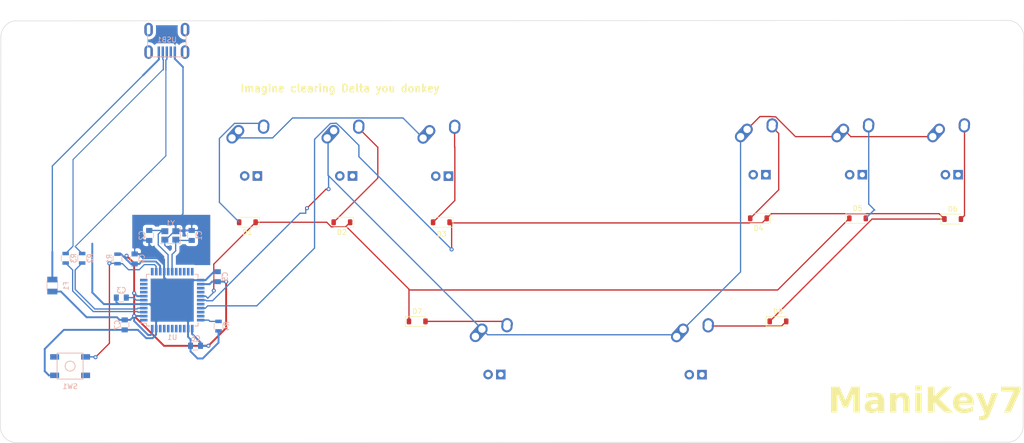
<source format=kicad_pcb>
(kicad_pcb (version 20221018) (generator pcbnew)
  (layers (0 "F.Cu" signal) (31 "B.Cu" signal) (34 "B.Paste" user) (35 "F.Paste" user) (36 "B.SilkS" user "B.Silkscreen") (37 "F.SilkS" user "F.Silkscreen") (38 "B.Mask" user) (39 "F.Mask" user) (44 "Edge.Cuts" user))
  (net 0 "")
  (net 1 "GND")
  (net 2 "+5V")
  (net 3 "ROW0")
  (net 4 "Net-(D1-A)")
  (net 5 "Net-(D2-A)")
  (net 6 "ROW1")
  (net 7 "Net-(D3-A)")
  (net 8 "Net-(D4-A)")
  (net 9 "VCC")
  (net 10 "COL2")
  (net 11 "COL1")
  (net 12 "D+")
  (net 13 "D-")
  (net 14 "Net-(D5-A)")
  (net 15 "Net-(D6-A)")
  (net 16 "Net-(D7-A)")
  (net 17 "Net-(D8-A)")
  (net 18 "col")
  (footprint "Diode_SMD:D_SOD-123" (layer "F.Cu") (at 93.979 103.53675 180)
    (fp_text reference "D1" (at 0 -2) (layer "F.SilkS"))
    (fp_text value "D_Small")
    (pad "1" smd roundrect (at -1.65 0 180) (size 0.9 1.2) (layers "F.Cu" "F.Paste" "F.Mask") (net 3 "ROW0"))
    (pad "2" smd roundrect (at 1.65 0 180) (size 0.9 1.2) (layers "F.Cu" "F.Paste" "F.Mask") (net 4 "Net-(D1-A)"))
  )
  (footprint "MX_Alps_Hybrid:MX-1U" (layer "F.Cu") (at 196.5325 88.93175)
    (fp_text reference "MX4")
    (fp_text value "MX-NoLED")
    (pad "" np_thru_hole circle (at -5.08 0 48.0996) (size 1.75 1.75) (drill 1.75) (layers "*.Cu" "*.Mask"))
    (pad "" np_thru_hole circle (at 0 0) (size 3.9878 3.9878) (drill 3.9878) (layers "*.Cu" "*.Mask"))
    (pad "" np_thru_hole circle (at 5.08 0 48.0996) (size 1.75 1.75) (drill 1.75) (layers "*.Cu" "*.Mask"))
    (pad "1" thru_hole oval (at -3.81 -2.54 48.0996) (size 4.211556 2.25) (drill 1.47 (offset 0.980778 0)) (layers "*.Cu" "B.Mask") (net 11 "COL1"))
    (pad "1" thru_hole circle (at -2.5 -4) (size 2.25 2.25) (drill 1.47) (layers "*.Cu" "B.Mask") (net 11 "COL1"))
    (pad "2" thru_hole oval (at 2.5 -4.5 86.0548) (size 2.831378 2.25) (drill 1.47 (offset 0.290689 0)) (layers "*.Cu" "B.Mask") (net 8 "Net-(D4-A)"))
    (pad "2" thru_hole circle (at 2.54 -5.08) (size 2.25 2.25) (drill 1.47) (layers "*.Cu" "B.Mask") (net 8 "Net-(D4-A)"))
    (pad "3" thru_hole circle (at -1.27 5.08) (size 1.905 1.905) (drill 1.04) (layers "*.Cu" "B.Mask"))
    (pad "4" thru_hole rect (at 1.27 5.08) (size 1.905 1.905) (drill 1.04) (layers "*.Cu" "B.Mask"))
  )
  (footprint "Diode_SMD:D_SOD-123" (layer "F.Cu") (at 216.154 102.743)
    (fp_text reference "D5" (at 0 -2) (layer "F.SilkS"))
    (fp_text value "D_Small")
    (pad "1" smd roundrect (at -1.65 0) (size 0.9 1.2) (layers "F.Cu" "F.Paste" "F.Mask") (net 3 "ROW0"))
    (pad "2" smd roundrect (at 1.65 0) (size 0.9 1.2) (layers "F.Cu" "F.Paste" "F.Mask") (net 14 "Net-(D5-A)"))
  )
  (footprint "MX_Alps_Hybrid:MX-1U" (layer "F.Cu") (at 113.76025 89.18675)
    (fp_text reference "MX2")
    (fp_text value "MX-NoLED")
    (pad "" np_thru_hole circle (at -5.08 0 48.0996) (size 1.75 1.75) (drill 1.75) (layers "*.Cu" "*.Mask"))
    (pad "" np_thru_hole circle (at 0 0) (size 3.9878 3.9878) (drill 3.9878) (layers "*.Cu" "*.Mask"))
    (pad "" np_thru_hole circle (at 5.08 0 48.0996) (size 1.75 1.75) (drill 1.75) (layers "*.Cu" "*.Mask"))
    (pad "1" thru_hole oval (at -3.81 -2.54 48.0996) (size 4.211556 2.25) (drill 1.47 (offset 0.980778 0)) (layers "*.Cu" "B.Mask") (net 11 "COL1"))
    (pad "1" thru_hole circle (at -2.5 -4) (size 2.25 2.25) (drill 1.47) (layers "*.Cu" "B.Mask") (net 11 "COL1"))
    (pad "2" thru_hole oval (at 2.5 -4.5 86.0548) (size 2.831378 2.25) (drill 1.47 (offset 0.290689 0)) (layers "*.Cu" "B.Mask") (net 5 "Net-(D2-A)"))
    (pad "2" thru_hole circle (at 2.54 -5.08) (size 2.25 2.25) (drill 1.47) (layers "*.Cu" "B.Mask") (net 5 "Net-(D2-A)"))
    (pad "3" thru_hole circle (at -1.27 5.08) (size 1.905 1.905) (drill 1.04) (layers "*.Cu" "B.Mask"))
    (pad "4" thru_hole rect (at 1.27 5.08) (size 1.905 1.905) (drill 1.04) (layers "*.Cu" "B.Mask"))
  )
  (footprint "MX_Alps_Hybrid:MX-1U" (layer "F.Cu") (at 132.969 89.2175)
    (fp_text reference "MX3")
    (fp_text value "MX-NoLED")
    (pad "" np_thru_hole circle (at -5.08 0 48.0996) (size 1.75 1.75) (drill 1.75) (layers "*.Cu" "*.Mask"))
    (pad "" np_thru_hole circle (at 0 0) (size 3.9878 3.9878) (drill 3.9878) (layers "*.Cu" "*.Mask"))
    (pad "" np_thru_hole circle (at 5.08 0 48.0996) (size 1.75 1.75) (drill 1.75) (layers "*.Cu" "*.Mask"))
    (pad "1" thru_hole oval (at -3.81 -2.54 48.0996) (size 4.211556 2.25) (drill 1.47 (offset 0.980778 0)) (layers "*.Cu" "B.Mask") (net 10 "COL2"))
    (pad "1" thru_hole circle (at -2.5 -4) (size 2.25 2.25) (drill 1.47) (layers "*.Cu" "B.Mask") (net 10 "COL2"))
    (pad "2" thru_hole oval (at 2.5 -4.5 86.0548) (size 2.831378 2.25) (drill 1.47 (offset 0.290689 0)) (layers "*.Cu" "B.Mask") (net 7 "Net-(D3-A)"))
    (pad "2" thru_hole circle (at 2.54 -5.08) (size 2.25 2.25) (drill 1.47) (layers "*.Cu" "B.Mask") (net 7 "Net-(D3-A)"))
    (pad "3" thru_hole circle (at -1.27 5.08) (size 1.905 1.905) (drill 1.04) (layers "*.Cu" "B.Mask"))
    (pad "4" thru_hole rect (at 1.27 5.08) (size 1.905 1.905) (drill 1.04) (layers "*.Cu" "B.Mask"))
  )
  (footprint "MX_Alps_Hybrid:MX-1U" (layer "F.Cu") (at 215.8365 88.93175)
    (fp_text reference "MX5")
    (fp_text value "MX-NoLED")
    (pad "" np_thru_hole circle (at -5.08 0 48.0996) (size 1.75 1.75) (drill 1.75) (layers "*.Cu" "*.Mask"))
    (pad "" np_thru_hole circle (at 0 0) (size 3.9878 3.9878) (drill 3.9878) (layers "*.Cu" "*.Mask"))
    (pad "" np_thru_hole circle (at 5.08 0 48.0996) (size 1.75 1.75) (drill 1.75) (layers "*.Cu" "*.Mask"))
    (pad "1" thru_hole oval (at -3.81 -2.54 48.0996) (size 4.211556 2.25) (drill 1.47 (offset 0.980778 0)) (layers "*.Cu" "B.Mask") (net 11 "COL1"))
    (pad "1" thru_hole circle (at -2.5 -4) (size 2.25 2.25) (drill 1.47) (layers "*.Cu" "B.Mask") (net 11 "COL1"))
    (pad "2" thru_hole oval (at 2.5 -4.5 86.0548) (size 2.831378 2.25) (drill 1.47 (offset 0.290689 0)) (layers "*.Cu" "B.Mask") (net 14 "Net-(D5-A)"))
    (pad "2" thru_hole circle (at 2.54 -5.08) (size 2.25 2.25) (drill 1.47) (layers "*.Cu" "B.Mask") (net 14 "Net-(D5-A)"))
    (pad "3" thru_hole circle (at -1.27 5.08) (size 1.905 1.905) (drill 1.04) (layers "*.Cu" "B.Mask"))
    (pad "4" thru_hole rect (at 1.27 5.08) (size 1.905 1.905) (drill 1.04) (layers "*.Cu" "B.Mask"))
  )
  (footprint "Diode_SMD:D_SOD-123" (layer "F.Cu") (at 196.31025 102.743 180)
    (fp_text reference "D4" (at 0 -2) (layer "F.SilkS"))
    (fp_text value "D_Small" hide)
    (pad "1" smd roundrect (at -1.65 0 180) (size 0.9 1.2) (layers "F.Cu" "F.Paste" "F.Mask") (net 6 "ROW1"))
    (pad "2" smd roundrect (at 1.65 0 180) (size 0.9 1.2) (layers "F.Cu" "F.Paste" "F.Mask") (net 8 "Net-(D4-A)"))
  )
  (footprint "MX_Alps_Hybrid:MX-1U" (layer "F.Cu") (at 143.4465 128.93675)
    (fp_text reference "MX7")
    (fp_text value "MX-NoLED")
    (pad "" np_thru_hole circle (at -5.08 0 48.0996) (size 1.75 1.75) (drill 1.75) (layers "*.Cu" "*.Mask"))
    (pad "" np_thru_hole circle (at 0 0) (size 3.9878 3.9878) (drill 3.9878) (layers "*.Cu" "*.Mask"))
    (pad "" np_thru_hole circle (at 5.08 0 48.0996) (size 1.75 1.75) (drill 1.75) (layers "*.Cu" "*.Mask"))
    (pad "1" thru_hole oval (at -3.81 -2.54 48.0996) (size 4.211556 2.25) (drill 1.47 (offset 0.980778 0)) (layers "*.Cu" "B.Mask") (net 11 "COL1"))
    (pad "1" thru_hole circle (at -2.5 -4) (size 2.25 2.25) (drill 1.47) (layers "*.Cu" "B.Mask") (net 11 "COL1"))
    (pad "2" thru_hole oval (at 2.5 -4.5 86.0548) (size 2.831378 2.25) (drill 1.47 (offset 0.290689 0)) (layers "*.Cu" "B.Mask") (net 16 "Net-(D7-A)"))
    (pad "2" thru_hole circle (at 2.54 -5.08) (size 2.25 2.25) (drill 1.47) (layers "*.Cu" "B.Mask") (net 16 "Net-(D7-A)"))
    (pad "3" thru_hole circle (at -1.27 5.08) (size 1.905 1.905) (drill 1.04) (layers "*.Cu" "B.Mask"))
    (pad "4" thru_hole rect (at 1.27 5.08) (size 1.905 1.905) (drill 1.04) (layers "*.Cu" "B.Mask"))
  )
  (footprint "Diode_SMD:D_SOD-123" (layer "F.Cu") (at 112.904 103.53675 180)
    (fp_text reference "D2" (at 0 -2) (layer "F.SilkS"))
    (fp_text value "D_Small")
    (pad "1" smd roundrect (at -1.65 0 180) (size 0.9 1.2) (layers "F.Cu" "F.Paste" "F.Mask") (net 3 "ROW0"))
    (pad "2" smd roundrect (at 1.65 0 180) (size 0.9 1.2) (layers "F.Cu" "F.Paste" "F.Mask") (net 5 "Net-(D2-A)"))
  )
  (footprint "Diode_SMD:D_SOD-123" (layer "F.Cu") (at 127.98525 123.3805)
    (fp_text reference "D7" (at 0 -2) (layer "F.SilkS"))
    (fp_text value "D_Small")
    (pad "1" smd roundrect (at -1.65 0) (size 0.9 1.2) (layers "F.Cu" "F.Paste" "F.Mask") (net 3 "ROW0"))
    (pad "2" smd roundrect (at 1.65 0) (size 0.9 1.2) (layers "F.Cu" "F.Paste" "F.Mask") (net 16 "Net-(D7-A)"))
  )
  (footprint "Diode_SMD:D_SOD-123" (layer "F.Cu") (at 132.81025 103.53675 180)
    (fp_text reference "D3" (at -0.0635 -2.3495) (layer "F.SilkS"))
    (fp_text value "D_Small")
    (pad "1" smd roundrect (at -1.65 0 180) (size 0.9 1.2) (layers "F.Cu" "F.Paste" "F.Mask") (net 6 "ROW1"))
    (pad "2" smd roundrect (at 1.65 0 180) (size 0.9 1.2) (layers "F.Cu" "F.Paste" "F.Mask") (net 7 "Net-(D3-A)"))
  )
  (footprint "Diode_SMD:D_SOD-123" (layer "F.Cu") (at 200.2165 123.3805)
    (fp_text reference "D8" (at 0 -2) (layer "F.SilkS"))
    (fp_text value "D_Small")
    (pad "1" smd roundrect (at -1.65 0) (size 0.9 1.2) (layers "F.Cu" "F.Paste" "F.Mask") (net 6 "ROW1"))
    (pad "2" smd roundrect (at 1.65 0) (size 0.9 1.2) (layers "F.Cu" "F.Paste" "F.Mask") (net 17 "Net-(D8-A)"))
  )
  (footprint "Diode_SMD:D_SOD-123" (layer "F.Cu") (at 235.204 102.89125)
    (fp_text reference "D6" (at 0 -2) (layer "F.SilkS"))
    (fp_text value "D_Small")
    (pad "1" smd roundrect (at -1.65 0) (size 0.9 1.2) (layers "F.Cu" "F.Paste" "F.Mask") (net 6 "ROW1"))
    (pad "2" smd roundrect (at 1.65 0) (size 0.9 1.2) (layers "F.Cu" "F.Paste" "F.Mask") (net 15 "Net-(D6-A)"))
  )
  (footprint "MX_Alps_Hybrid:MX-1U" (layer "F.Cu") (at 94.71025 89.18675)
    (fp_text reference "MX1")
    (fp_text value "MX-NoLED")
    (pad "" np_thru_hole circle (at -5.08 0 48.0996) (size 1.75 1.75) (drill 1.75) (layers "*.Cu" "*.Mask"))
    (pad "" np_thru_hole circle (at 0 0) (size 3.9878 3.9878) (drill 3.9878) (layers "*.Cu" "*.Mask"))
    (pad "" np_thru_hole circle (at 5.08 0 48.0996) (size 1.75 1.75) (drill 1.75) (layers "*.Cu" "*.Mask"))
    (pad "1" thru_hole oval (at -3.81 -2.54 48.0996) (size 4.211556 2.25) (drill 1.47 (offset 0.980778 0)) (layers "*.Cu" "B.Mask") (net 10 "COL2"))
    (pad "1" thru_hole circle (at -2.5 -4) (size 2.25 2.25) (drill 1.47) (layers "*.Cu" "B.Mask") (net 10 "COL2"))
    (pad "2" thru_hole oval (at 2.5 -4.5 86.0548) (size 2.831378 2.25) (drill 1.47 (offset 0.290689 0)) (layers "*.Cu" "B.Mask") (net 4 "Net-(D1-A)"))
    (pad "2" thru_hole circle (at 2.54 -5.08) (size 2.25 2.25) (drill 1.47) (layers "*.Cu" "B.Mask") (net 4 "Net-(D1-A)"))
    (pad "3" thru_hole circle (at -1.27 5.08) (size 1.905 1.905) (drill 1.04) (layers "*.Cu" "B.Mask"))
    (pad "4" thru_hole rect (at 1.27 5.08) (size 1.905 1.905) (drill 1.04) (layers "*.Cu" "B.Mask"))
  )
  (footprint "MX_Alps_Hybrid:MX-1U" (layer "F.Cu") (at 183.729 128.968)
    (fp_text reference "MX8")
    (fp_text value "MX-NoLED")
    (pad "" np_thru_hole circle (at -5.08 0 48.0996) (size 1.75 1.75) (drill 1.75) (layers "*.Cu" "*.Mask"))
    (pad "" np_thru_hole circle (at 0 0) (size 3.9878 3.9878) (drill 3.9878) (layers "*.Cu" "*.Mask"))
    (pad "" np_thru_hole circle (at 5.08 0 48.0996) (size 1.75 1.75) (drill 1.75) (layers "*.Cu" "*.Mask"))
    (pad "1" thru_hole oval (at -3.81 -2.54 48.0996) (size 4.211556 2.25) (drill 1.47 (offset 0.980778 0)) (layers "*.Cu" "B.Mask") (net 11 "COL1"))
    (pad "1" thru_hole circle (at -2.5 -4) (size 2.25 2.25) (drill 1.47) (layers "*.Cu" "B.Mask") (net 11 "COL1"))
    (pad "2" thru_hole oval (at 2.5 -4.5 86.0548) (size 2.831378 2.25) (drill 1.47 (offset 0.290689 0)) (layers "*.Cu" "B.Mask") (net 17 "Net-(D8-A)"))
    (pad "2" thru_hole circle (at 2.54 -5.08) (size 2.25 2.25) (drill 1.47) (layers "*.Cu" "B.Mask") (net 17 "Net-(D8-A)"))
    (pad "3" thru_hole circle (at -1.27 5.08) (size 1.905 1.905) (drill 1.04) (layers "*.Cu" "B.Mask"))
    (pad "4" thru_hole rect (at 1.27 5.08) (size 1.905 1.905) (drill 1.04) (layers "*.Cu" "B.Mask"))
  )
  (footprint "MX_Alps_Hybrid:MX-1U" (layer "F.Cu") (at 235.0135 88.93175)
    (fp_text reference "MX6")
    (fp_text value "MX-NoLED")
    (pad "" np_thru_hole circle (at -5.08 0 48.0996) (size 1.75 1.75) (drill 1.75) (layers "*.Cu" "*.Mask"))
    (pad "" np_thru_hole circle (at 0 0) (size 3.9878 3.9878) (drill 3.9878) (layers "*.Cu" "*.Mask"))
    (pad "" np_thru_hole circle (at 5.08 0 48.0996) (size 1.75 1.75) (drill 1.75) (layers "*.Cu" "*.Mask"))
    (pad "1" thru_hole oval (at -3.81 -2.54 48.0996) (size 4.211556 2.25) (drill 1.47 (offset 0.980778 0)) (layers "*.Cu" "B.Mask") (net 11 "COL1"))
    (pad "1" thru_hole circle (at -2.5 -4) (size 2.25 2.25) (drill 1.47) (layers "*.Cu" "B.Mask") (net 11 "COL1"))
    (pad "2" thru_hole oval (at 2.5 -4.5 86.0548) (size 2.831378 2.25) (drill 1.47 (offset 0.290689 0)) (layers "*.Cu" "B.Mask") (net 15 "Net-(D6-A)"))
    (pad "2" thru_hole circle (at 2.54 -5.08) (size 2.25 2.25) (drill 1.47) (layers "*.Cu" "B.Mask") (net 15 "Net-(D6-A)"))
    (pad "3" thru_hole circle (at -1.27 5.08) (size 1.905 1.905) (drill 1.04) (layers "*.Cu" "B.Mask"))
    (pad "4" thru_hole rect (at 1.27 5.08) (size 1.905 1.905) (drill 1.04) (layers "*.Cu" "B.Mask"))
  )
  (footprint "Resistors_SMD:R_0805" (layer "B.Cu") (at 60.8965 110.744 90)
    (fp_text reference "R2" (at 0 1.65 90) (layer "B.SilkS") (effects (justify mirror)))
    (fp_text value "22")
    (pad "1" smd rect (at -0.95 0 90) (size 0.7 1.3) (layers "B.Cu" "B.Paste" "B.Mask"))
    (pad "2" smd rect (at 0.95 0 90) (size 0.7 1.3) (layers "B.Cu" "B.Paste" "B.Mask") (net 12 "D+"))
  )
  (footprint "Crystals:Crystal_SMD_3225-4pin_3.2x2.5mm" (layer "B.Cu") (at 78.5495 106.172 180)
    (fp_text reference "Y1" (at 0 2.45 180) (layer "B.SilkS") (effects (justify mirror)))
    (fp_text value "Crystal_GND24_Small")
    (pad "1" smd rect (at -1.1 -0.85 180) (size 1.4 1.2) (layers "B.Cu" "B.Paste" "B.Mask"))
    (pad "2" smd rect (at 1.1 -0.85 180) (size 1.4 1.2) (layers "B.Cu" "B.Paste" "B.Mask") (net 1 "GND"))
    (pad "3" smd rect (at 1.1 0.85 180) (size 1.4 1.2) (layers "B.Cu" "B.Paste" "B.Mask"))
    (pad "4" smd rect (at -1.1 0.85 180) (size 1.4 1.2) (layers "B.Cu" "B.Paste" "B.Mask") (net 1 "GND"))
  )
  (footprint "Resistors_SMD:R_0805" (layer "B.Cu") (at 88.2015 124.333 90)
    (fp_text reference "R4" (at 0 1.65 90) (layer "B.SilkS") (effects (justify mirror)))
    (fp_text value "10k")
    (pad "1" smd rect (at -0.95 0 90) (size 0.7 1.3) (layers "B.Cu" "B.Paste" "B.Mask") (net 1 "GND"))
    (pad "2" smd rect (at 0.95 0 90) (size 0.7 1.3) (layers "B.Cu" "B.Paste" "B.Mask"))
  )
  (footprint "Capacitors_SMD:C_0805" (layer "B.Cu") (at 69.4055 124.079 -90)
    (fp_text reference "C7" (at 0 1.5 270) (layer "B.SilkS") (effects (justify mirror)))
    (fp_text value "10uF")
    (pad "1" smd rect (at -1 0 270) (size 1 1.25) (layers "B.Cu" "B.Paste" "B.Mask") (net 2 "+5V"))
    (pad "2" smd rect (at 1 0 270) (size 1 1.25) (layers "B.Cu" "B.Paste" "B.Mask") (net 1 "GND"))
  )
  (footprint "Capacitors_SMD:C_0805" (layer "B.Cu") (at 74.32675 106.172 -90)
    (fp_text reference "C2" (at 0 1.5 270) (layer "B.SilkS") (effects (justify mirror)))
    (fp_text value "22pF")
    (pad "1" smd rect (at -1 0 270) (size 1 1.25) (layers "B.Cu" "B.Paste" "B.Mask"))
    (pad "2" smd rect (at 1 0 270) (size 1 1.25) (layers "B.Cu" "B.Paste" "B.Mask") (net 1 "GND"))
  )
  (footprint "Resistors_SMD:R_0805" (layer "B.Cu") (at 57.5945 110.744 90)
    (fp_text reference "R3" (at 0 1.65 90) (layer "B.SilkS") (effects (justify mirror)))
    (fp_text value "22")
    (pad "1" smd rect (at -0.95 0 90) (size 0.7 1.3) (layers "B.Cu" "B.Paste" "B.Mask"))
    (pad "2" smd rect (at 0.95 0 90) (size 0.7 1.3) (layers "B.Cu" "B.Paste" "B.Mask") (net 13 "D-"))
  )
  (footprint "Fuse_Holders_and_Fuses:Fuse_SMD1206_Reflow" (layer "B.Cu") (at 54.9275 116.205 90)
    (fp_text reference "F1" (at -0.1 2.75 90) (layer "B.SilkS") (effects (justify mirror)))
    (fp_text value "500mA")
    (pad "1" smd rect (at -1.2 0) (size 2.03 1.14) (layers "B.Cu" "B.Paste" "B.Mask") (net 2 "+5V"))
    (pad "2" smd rect (at 1.2 0) (size 2.03 1.14) (layers "B.Cu" "B.Paste" "B.Mask") (net 9 "VCC"))
  )
  (footprint "random-keyboard-parts:SKQG-1155865" (layer "B.Cu") (at 58.486501 132.337845 180)
    (fp_text reference "SW1" (at 0 -4.064 180) (layer "B.SilkS") (effects (justify mirror)))
    (fp_text value "SW_Push")
    (pad "1" smd rect (at 3.1 -1.85 180) (size 1.8 1.1) (layers "B.Cu" "B.Paste" "B.Mask") (net 1 "GND"))
    (pad "2" smd rect (at -3.1 1.85 180) (size 1.8 1.1) (layers "B.Cu" "B.Paste" "B.Mask"))
    (pad "3" smd rect (at 3.1 1.85 180) (size 1.8 1.1) (layers "B.Cu" "B.Paste" "B.Mask"))
    (pad "4" smd rect (at -3.1 -1.85 180) (size 1.8 1.1) (layers "B.Cu" "B.Paste" "B.Mask"))
  )
  (footprint "random-keyboard-parts:Molex-0548190589-Assembly" (layer "B.Cu") (at 77.851 64.9605 -90)
    (fp_text reference "USB1" (at 2.032 0 180) (layer "B.SilkS") (effects (justify mirror)))
    (fp_text value "Molex-0548190589")
    (pad "" thru_hole oval (at 0 -3.65 270) (size 2.7 1.7) (drill oval 1.9 0.7) (layers "*.Cu" "*.Mask"))
    (pad "" thru_hole oval (at 0 3.65 270) (size 2.7 1.7) (drill oval 1.9 0.7) (layers "*.Cu" "*.Mask"))
    (pad "" thru_hole oval (at 4.5 -3.65 270) (size 2.7 1.7) (drill oval 1.9 0.7) (layers "*.Cu" "*.Mask"))
    (pad "" thru_hole oval (at 4.5 3.65 270) (size 2.7 1.7) (drill oval 1.9 0.7) (layers "*.Cu" "*.Mask"))
    (pad "1" smd rect (at 4.5 -1.6 270) (size 2.25 0.5) (layers "B.Cu" "B.Paste" "B.Mask") (net 1 "GND"))
    (pad "2" smd rect (at 4.5 -0.8 270) (size 2.25 0.5) (layers "B.Cu" "B.Paste" "B.Mask"))
    (pad "3" smd rect (at 4.5 0 270) (size 2.25 0.5) (layers "B.Cu" "B.Paste" "B.Mask") (net 12 "D+"))
    (pad "4" smd rect (at 4.5 0.8 270) (size 2.25 0.5) (layers "B.Cu" "B.Paste" "B.Mask") (net 13 "D-"))
    (pad "5" smd rect (at 4.5 1.6 270) (size 2.25 0.5) (layers "B.Cu" "B.Paste" "B.Mask") (net 9 "VCC"))
  )
  (footprint "Capacitors_SMD:C_0805" (layer "B.Cu") (at 68.73875 118.618 180)
    (fp_text reference "C3" (at 0 1.5 180) (layer "B.SilkS") (effects (justify mirror)))
    (fp_text value "1uF")
    (pad "1" smd rect (at -1 0 180) (size 1 1.25) (layers "B.Cu" "B.Paste" "B.Mask"))
    (pad "2" smd rect (at 1 0 180) (size 1 1.25) (layers "B.Cu" "B.Paste" "B.Mask") (net 1 "GND"))
  )
  (footprint "Capacitors_SMD:C_0805" (layer "B.Cu") (at 82.83575 106.172 90)
    (fp_text reference "C1" (at 0 1.5 90) (layer "B.SilkS") (effects (justify mirror)))
    (fp_text value "22pF")
    (pad "1" smd rect (at -1 0 90) (size 1 1.25) (layers "B.Cu" "B.Paste" "B.Mask"))
    (pad "2" smd rect (at 1 0 90) (size 1 1.25) (layers "B.Cu" "B.Paste" "B.Mask") (net 1 "GND"))
  )
  (footprint "Housings_QFP:TQFP-44_10x10mm_Pitch0.8mm" (layer "B.Cu") (at 78.9305 119.126)
    (fp_text reference "U1" (at 0 7.45) (layer "B.SilkS") (effects (justify mirror)))
    (fp_text value "ATmega32U4-AU")
    (pad "1" smd rect (at -5.7 4) (size 1.5 0.55) (layers "B.Cu" "B.Paste" "B.Mask"))
    (pad "2" smd rect (at -5.7 3.2) (size 1.5 0.55) (layers "B.Cu" "B.Paste" "B.Mask") (net 2 "+5V"))
    (pad "3" smd rect (at -5.7 2.4) (size 1.5 0.55) (layers "B.Cu" "B.Paste" "B.Mask"))
    (pad "4" smd rect (at -5.7 1.6) (size 1.5 0.55) (layers "B.Cu" "B.Paste" "B.Mask"))
    (pad "5" smd rect (at -5.7 0.8) (size 1.5 0.55) (layers "B.Cu" "B.Paste" "B.Mask") (net 1 "GND"))
    (pad "6" smd rect (at -5.7 0) (size 1.5 0.55) (layers "B.Cu" "B.Paste" "B.Mask"))
    (pad "7" smd rect (at -5.7 -0.8) (size 1.5 0.55) (layers "B.Cu" "B.Paste" "B.Mask") (net 2 "+5V"))
    (pad "8" smd rect (at -5.7 -1.6) (size 1.5 0.55) (layers "B.Cu" "B.Paste" "B.Mask"))
    (pad "9" smd rect (at -5.7 -2.4) (size 1.5 0.55) (layers "B.Cu" "B.Paste" "B.Mask"))
    (pad "10" smd rect (at -5.7 -3.2) (size 1.5 0.55) (layers "B.Cu" "B.Paste" "B.Mask"))
    (pad "11" smd rect (at -5.7 -4) (size 1.5 0.55) (layers "B.Cu" "B.Paste" "B.Mask"))
    (pad "12" smd rect (at -4 -5.7 270) (size 1.5 0.55) (layers "B.Cu" "B.Paste" "B.Mask"))
    (pad "13" smd rect (at -3.2 -5.7 270) (size 1.5 0.55) (layers "B.Cu" "B.Paste" "B.Mask"))
    (pad "14" smd rect (at -2.4 -5.7 270) (size 1.5 0.55) (layers "B.Cu" "B.Paste" "B.Mask") (net 2 "+5V"))
    (pad "15" smd rect (at -1.6 -5.7 270) (size 1.5 0.55) (layers "B.Cu" "B.Paste" "B.Mask") (net 1 "GND"))
    (pad "16" smd rect (at -0.8 -5.7 270) (size 1.5 0.55) (layers "B.Cu" "B.Paste" "B.Mask"))
    (pad "17" smd rect (at 0 -5.7 270) (size 1.5 0.55) (layers "B.Cu" "B.Paste" "B.Mask"))
    (pad "18" smd rect (at 0.8 -5.7 270) (size 1.5 0.55) (layers "B.Cu" "B.Paste" "B.Mask"))
    (pad "19" smd rect (at 1.6 -5.7 270) (size 1.5 0.55) (layers "B.Cu" "B.Paste" "B.Mask"))
    (pad "20" smd rect (at 2.4 -5.7 270) (size 1.5 0.55) (layers "B.Cu" "B.Paste" "B.Mask"))
    (pad "21" smd rect (at 3.2 -5.7 270) (size 1.5 0.55) (layers "B.Cu" "B.Paste" "B.Mask"))
    (pad "22" smd rect (at 4 -5.7 270) (size 1.5 0.55) (layers "B.Cu" "B.Paste" "B.Mask"))
    (pad "23" smd rect (at 5.7 -4) (size 1.5 0.55) (layers "B.Cu" "B.Paste" "B.Mask") (net 1 "GND"))
    (pad "24" smd rect (at 5.7 -3.2) (size 1.5 0.55) (layers "B.Cu" "B.Paste" "B.Mask") (net 2 "+5V"))
    (pad "25" smd rect (at 5.7 -2.4) (size 1.5 0.55) (layers "B.Cu" "B.Paste" "B.Mask"))
    (pad "26" smd rect (at 5.7 -1.6) (size 1.5 0.55) (layers "B.Cu" "B.Paste" "B.Mask"))
    (pad "27" smd rect (at 5.7 -0.8) (size 1.5 0.55) (layers "B.Cu" "B.Paste" "B.Mask") (net 3 "ROW0"))
    (pad "28" smd rect (at 5.7 0) (size 1.5 0.55) (layers "B.Cu" "B.Paste" "B.Mask") (net 11 "COL1"))
    (pad "29" smd rect (at 5.7 0.8) (size 1.5 0.55) (layers "B.Cu" "B.Paste" "B.Mask") (net 18 "col"))
    (pad "30" smd rect (at 5.7 1.6) (size 1.5 0.55) (layers "B.Cu" "B.Paste" "B.Mask") (net 6 "ROW1"))
    (pad "31" smd rect (at 5.7 2.4) (size 1.5 0.55) (layers "B.Cu" "B.Paste" "B.Mask"))
    (pad "32" smd rect (at 5.7 3.2) (size 1.5 0.55) (layers "B.Cu" "B.Paste" "B.Mask"))
    (pad "33" smd rect (at 5.7 4) (size 1.5 0.55) (layers "B.Cu" "B.Paste" "B.Mask"))
    (pad "34" smd rect (at 4 5.7 270) (size 1.5 0.55) (layers "B.Cu" "B.Paste" "B.Mask") (net 2 "+5V"))
    (pad "35" smd rect (at 3.2 5.7 270) (size 1.5 0.55) (layers "B.Cu" "B.Paste" "B.Mask") (net 1 "GND"))
    (pad "36" smd rect (at 2.4 5.7 270) (size 1.5 0.55) (layers "B.Cu" "B.Paste" "B.Mask"))
    (pad "37" smd rect (at 1.6 5.7 270) (size 1.5 0.55) (layers "B.Cu" "B.Paste" "B.Mask"))
    (pad "38" smd rect (at 0.8 5.7 270) (size 1.5 0.55) (layers "B.Cu" "B.Paste" "B.Mask"))
    (pad "39" smd rect (at 0 5.7 270) (size 1.5 0.55) (layers "B.Cu" "B.Paste" "B.Mask"))
    (pad "40" smd rect (at -0.8 5.7 270) (size 1.5 0.55) (layers "B.Cu" "B.Paste" "B.Mask"))
    (pad "41" smd rect (at -1.6 5.7 270) (size 1.5 0.55) (layers "B.Cu" "B.Paste" "B.Mask"))
    (pad "42" smd rect (at -2.4 5.7 270) (size 1.5 0.55) (layers "B.Cu" "B.Paste" "B.Mask"))
    (pad "43" smd rect (at -3.2 5.7 270) (size 1.5 0.55) (layers "B.Cu" "B.Paste" "B.Mask") (net 1 "GND"))
    (pad "44" smd rect (at -4 5.7 270) (size 1.5 0.55) (layers "B.Cu" "B.Paste" "B.Mask") (net 2 "+5V"))
  )
  (footprint "Capacitors_SMD:C_0805" (layer "B.Cu") (at 88.04275 114.427 90)
    (fp_text reference "C5" (at 0 1.5 90) (layer "B.SilkS") (effects (justify mirror)))
    (fp_text value "0.1uF")
    (pad "1" smd rect (at -1 0 90) (size 1 1.25) (layers "B.Cu" "B.Paste" "B.Mask") (net 2 "+5V"))
    (pad "2" smd rect (at 1 0 90) (size 1 1.25) (layers "B.Cu" "B.Paste" "B.Mask") (net 1 "GND"))
  )
  (footprint "Resistors_SMD:R_0805" (layer "B.Cu") (at 67.97675 110.871 -90)
    (fp_text reference "R1" (at 0 1.65 270) (layer "B.SilkS") (effects (justify mirror)))
    (fp_text value "10k")
    (pad "1" smd rect (at -0.95 0 270) (size 0.7 1.3) (layers "B.Cu" "B.Paste" "B.Mask") (net 2 "+5V"))
    (pad "2" smd rect (at 0.95 0 270) (size 0.7 1.3) (layers "B.Cu" "B.Paste" "B.Mask"))
  )
  (footprint "Capacitors_SMD:C_0805" (layer "B.Cu") (at 83.59775 128.27 180)
    (fp_text reference "C6" (at 0 1.5 180) (layer "B.SilkS") (effects (justify mirror)))
    (fp_text value "0.1uF")
    (pad "1" smd rect (at -1 0 180) (size 1 1.25) (layers "B.Cu" "B.Paste" "B.Mask") (net 2 "+5V"))
    (pad "2" smd rect (at 1 0 180) (size 1 1.25) (layers "B.Cu" "B.Paste" "B.Mask") (net 1 "GND"))
  )
  (footprint "Capacitors_SMD:C_0805" (layer "B.Cu") (at 71.40575 110.871 90)
    (fp_text reference "C4" (at 0 1.5 90) (layer "B.SilkS") (effects (justify mirror)))
    (fp_text value "0.1uF")
    (pad "1" smd rect (at -1 0 90) (size 1 1.25) (layers "B.Cu" "B.Paste" "B.Mask") (net 2 "+5V"))
    (pad "2" smd rect (at 1 0 90) (size 1 1.25) (layers "B.Cu" "B.Paste" "B.Mask") (net 1 "GND"))
  )
  (gr_line (start 246.4344 147.557585) (end 48.063726 147.660999) (stroke (width 0.1)) (layer "Edge.Cuts"))
  (gr_line (start 44.5044 144.152761) (end 44.627843 66.380957) (stroke (width 0.1)) (layer "Edge.Cuts"))
  (gr_arc (start 249.304557 144.399043) (mid 248.451711 146.554356) (end 246.38 147.593941) (stroke (width 0.1)) (layer "Edge.Cuts"))
  (gr_arc (start 245.868674 63.119001) (mid 248.447449 64.062371) (end 249.428 66.627239) (stroke (width 0.1)) (layer "Edge.Cuts"))
  (gr_line (start 47.498 63.222415) (end 245.868674 63.119001) (stroke (width 0.1)) (layer "Edge.Cuts"))
  (gr_arc (start 48.063726 147.660999) (mid 45.484936 146.717644) (end 44.5044 144.152761) (stroke (width 0.1)) (layer "Edge.Cuts"))
  (gr_arc (start 44.627843 66.380957) (mid 45.480673 64.225629) (end 47.5524 63.186059) (stroke (width 0.1)) (layer "Edge.Cuts"))
  (gr_line (start 249.428 66.627239) (end 249.304557 144.399043) (stroke (width 0.1)) (layer "Edge.Cuts"))
  (gr_text "ManiKey7\n" (at 210.185 142.494) (layer "F.SilkS") (effects (font (size 5.08 5.08) (thickness 0.635) bold italic) (justify left bottom)))
  (gr_text "Imagine clearing Delta you donkey" (at 112.522 76.708) (layer "F.SilkS") (effects (font (size 1.5 1.5) (thickness 0.3))))
  (segment (start 63.5635 130.556) (end 66.3575 127.762) (width 0.254) (layer "F.Cu") (net 0))
  (segment (start 66.3575 127.762) (end 66.3575 111.76) (width 0.254) (layer "F.Cu") (net 0))
  (via (at 66.3575 111.76) (size 0.8) (drill 0.4) (layers "F.Cu" "B.Cu") (net 0))
  (via (at 63.5635 130.556) (size 0.8) (drill 0.4) (layers "F.Cu" "B.Cu") (net 0))
  (segment (start 76.1365 108.077) (end 76.1365 105.918) (width 0.254) (layer "B.Cu") (net 0))
  (segment (start 70.1675 113.03) (end 68.9585 111.821) (width 0.254) (layer "B.Cu") (net 0))
  (segment (start 78.09875 110.03925) (end 76.1365 108.077) (width 0.254) (layer "B.Cu") (net 0))
  (segment (start 73.3425 112.014) (end 72.3265 113.03) (width 0.254) (layer "B.Cu") (net 0))
  (segment (start 86.2325 123.126) (end 86.4895 123.383) (width 0.254) (layer "B.Cu") (net 0))
  (segment (start 75.69875 112.33825) (end 75.3745 112.014) (width 0.254) (layer "B.Cu") (net 0))
  (segment (start 60.8965 111.694) (end 59.4995 113.091) (width 0.254) (layer "B.Cu") (net 0))
  (segment (start 58.9915 117.2845) (end 63.119 121.412) (width 0.254) (layer "B.Cu") (net 0))
  (segment (start 86.4895 123.383) (end 88.2015 123.383) (width 0.254) (layer "B.Cu") (net 0))
  (segment (start 63.119 121.412) (end 71.9585 121.412) (width 0.254) (layer "B.Cu") (net 0))
  (segment (start 76.1365 105.918) (end 76.7325 105.322) (width 0.254) (layer "B.Cu") (net 0))
  (segment (start 72.0725 120.726) (end 73.19875 120.726) (width 0.254) (layer "B.Cu") (net 0))
  (segment (start 79.61775 107.022) (end 79.61775 109.263) (width 0.254) (layer "B.Cu") (net 0))
  (segment (start 57.5945 111.694) (end 58.9915 113.091) (width 0.254) (layer "B.Cu") (net 0))
  (segment (start 75.69875 113.426) (end 75.69875 112.33825) (width 0.254) (layer "B.Cu") (net 0))
  (segment (start 63.495345 130.487845) (end 63.5635 130.556) (width 0.254) (layer "B.Cu") (net 0))
  (segment (start 79.76775 107.172) (end 79.61775 107.022) (width 0.254) (layer "B.Cu") (net 0))
  (segment (start 71.1835 118.618) (end 69.73875 118.618) (width 0.254) (layer "B.Cu") (net 0))
  (segment (start 58.9915 113.091) (end 58.9915 117.2845) (width 0.254) (layer "B.Cu") (net 0))
  (segment (start 77.26775 105.172) (end 77.41775 105.322) (width 0.254) (layer "B.Cu") (net 0))
  (segment (start 74.32675 105.172) (end 77.26775 105.172) (width 0.254) (layer "B.Cu") (net 0))
  (segment (start 61.586501 130.487845) (end 63.495345 130.487845) (width 0.254) (layer "B.Cu") (net 0))
  (segment (start 68.9585 111.821) (end 67.97675 111.821) (width 0.254) (layer "B.Cu") (net 0))
  (segment (start 63.4365 120.904) (end 71.8945 120.904) (width 0.254) (layer "B.Cu") (net 0))
  (segment (start 78.89875 113.426) (end 78.89875 109.982) (width 0.254) (layer "B.Cu") (net 0))
  (segment (start 59.4995 116.967) (end 63.4365 120.904) (width 0.254) (layer "B.Cu") (net 0))
  (segment (start 82.83575 107.172) (end 79.76775 107.172) (width 0.254) (layer "B.Cu") (net 0))
  (segment (start 71.8945 120.904) (end 72.0725 120.726) (width 0.254) (layer "B.Cu") (net 0))
  (segment (start 78.09875 113.426) (end 78.09875 110.03925) (width 0.254) (layer "B.Cu") (net 0))
  (segment (start 73.19875 119.126) (end 71.6915 119.126) (width 0.254) (layer "B.Cu") (net 0))
  (segment (start 71.9585 121.412) (end 72.0725 121.526) (width 0.254) (layer "B.Cu") (net 0))
  (segment (start 71.6915 119.126) (end 71.1835 118.618) (width 0.254) (layer "B.Cu") (net 0))
  (segment (start 67.91575 111.76) (end 67.97675 111.821) (width 0.254) (layer "B.Cu") (net 0))
  (segment (start 84.59875 123.126) (end 86.2325 123.126) (width 0.254) (layer "B.Cu") (net 0))
  (segment (start 76.7325 105.322) (end 77.41775 105.322) (width 0.254) (layer "B.Cu") (net 0))
  (segment (start 75.3745 112.014) (end 73.3425 112.014) (width 0.254) (layer "B.Cu") (net 0))
  (segment (start 79.61775 109.263) (end 78.89875 109.982) (width 0.254) (layer "B.Cu") (net 0))
  (segment (start 66.3575 111.76) (end 67.91575 111.76) (width 0.254) (layer "B.Cu") (net 0))
  (segment (start 72.0725 121.526) (end 73.19875 121.526) (width 0.254) (layer "B.Cu") (net 0))
  (segment (start 72.3265 113.03) (end 70.1675 113.03) (width 0.254) (layer "B.Cu") (net 0))
  (segment (start 59.4995 113.091) (end 59.4995 116.967) (width 0.254) (layer "B.Cu") (net 0))
  (segment (start 81.0895 72.4535) (end 81.0895 101.854) (width 0.254) (layer "B.Cu") (net 1))
  (segment (start 67.73875 119.49125) (end 67.73875 118.618) (width 0.381) (layer "B.Cu") (net 1))
  (segment (start 81.0895 101.854) (end 79.1845 103.759) (width 0.254) (layer "B.Cu") (net 1))
  (segment (start 77.6741 107.022) (end 79.3741 105.322) (width 0.254) (layer "B.Cu") (net 1))
  (segment (start 77.29875 113.426) (end 77.29875 114.57325) (width 0.381) (layer "B.Cu") (net 1))
  (segment (start 85.5975 115.126) (end 84.59875 115.126) (width 0.381) (layer "B.Cu") (net 1))
  (segment (start 76.0095 110.744) (end 77.29875 112.03325) (width 0.381) (layer "B.Cu") (net 1))
  (segment (start 79.1845 103.759) (end 73.0885 103.759) (width 0.381) (layer "B.Cu") (net 1))
  (segment (start 79.451 69.4605) (end 79.451 70.815) (width 0.381) (layer "B.Cu") (net 1))
  (segment (start 80.90575 121.22825) (end 75.69875 121.22825) (width 0.381) (layer "B.Cu") (net 1))
  (segment (start 82.09875 124.826) (end 82.09875 126.48525) (width 0.381) (layer "B.Cu") (net 1))
  (segment (start 72.0565 125.079) (end 69.4055 125.079) (width 0.381) (layer "B.Cu") (net 1))
  (segment (start 75.69875 121.22825) (end 74.3965 119.926) (width 0.381) (layer "B.Cu") (net 1))
  (segment (start 82.59775 129.39725) (end 82.59775 128.27) (width 0.381) (layer "B.Cu") (net 1))
  (segment (start 73.1995 107.172) (end 74.32675 107.172) (width 0.381) (layer "B.Cu") (net 1))
  (segment (start 53.4035 133.35) (end 53.4035 128.905) (width 0.381) (layer "B.Cu") (net 1))
  (segment (start 75.69875 124.826) (end 75.69875 126.04075) (width 0.381) (layer "B.Cu") (net 1))
  (segment (start 82.59775 126.98425) (end 82.59775 128.27) (width 0.381) (layer "B.Cu") (net 1))
  (segment (start 88.2015 125.283) (end 88.2015 127.635) (width 0.381) (layer "B.Cu") (net 1))
  (segment (start 55.386501 134.187845) (end 54.241345 134.187845) (width 0.381) (layer "B.Cu") (net 1))
  (segment (start 74.3965 119.926) (end 73.19875 119.926) (width 0.381) (layer "B.Cu") (net 1))
  (segment (start 62.9285 107.823) (end 62.9285 117.602) (width 0.381) (layer "B.Cu") (net 1))
  (segment (start 62.9285 117.602) (end 65.2525 119.926) (width 0.381) (layer "B.Cu") (net 1))
  (segment (start 77.29875 111.01725) (end 77.29875 112.141) (width 0.381) (layer "B.Cu") (net 1))
  (segment (start 88.2015 127.635) (end 85.0265 130.81) (width 0.381) (layer "B.Cu") (net 1))
  (segment (start 79.76775 105.172) (end 79.61775 105.322) (width 0.381) (layer "B.Cu") (net 1))
  (segment (start 74.32675 108.04525) (end 77.29875 111.01725) (width 0.381) (layer "B.Cu") (net 1))
  (segment (start 72.7075 104.14) (end 72.7075 106.68) (width 0.381) (layer "B.Cu") (net 1))
  (segment (start 88.04275 113.427) (end 87.2965 113.427) (width 0.381) (layer "B.Cu") (net 1))
  (segment (start 82.09875 122.42125) (end 80.90575 121.22825) (width 0.381) (layer "B.Cu") (net 1))
  (segment (start 73.7235 126.746) (end 72.0565 125.079) (width 0.381) (layer "B.Cu") (net 1))
  (segment (start 54.241345 134.187845) (end 53.4035 133.35) (width 0.381) (layer "B.Cu") (net 1))
  (segment (start 75.69875 124.826) (end 75.69875 121.22825) (width 0.381) (layer "B.Cu") (net 1))
  (segment (start 74.32675 107.172) (end 74.32675 108.04525) (width 0.381) (layer "B.Cu") (net 1))
  (segment (start 87.2965 113.427) (end 85.5975 115.126) (width 0.381) (layer "B.Cu") (net 1))
  (segment (start 82.09875 126.48525) (end 82.59775 126.98425) (width 0.381) (layer "B.Cu") (net 1))
  (segment (start 82.4225 115.126) (end 80.90575 116.64275) (width 0.381) (layer "B.Cu") (net 1))
  (segment (start 72.2155 109.871) (end 73.0885 110.744) (width 0.381) (layer "B.Cu") (net 1))
  (segment (start 77.29875 112.03325) (end 77.29875 112.141) (width 0.381) (layer "B.Cu") (net 1))
  (segment (start 77.41775 107.022) (end 77.6741 107.022) (width 0.381) (layer "B.Cu") (net 1))
  (segment (start 82.09875 124.826) (end 82.09875 122.42125) (width 0.381) (layer "B.Cu") (net 1))
  (segment (start 72.7075 106.68) (end 73.1995 107.172) (width 0.381) (layer "B.Cu") (net 1))
  (segment (start 79.61775 105.322) (end 79.61775 104.19225) (width 0.381) (layer "B.Cu") (net 1))
  (segment (start 73.0885 103.759) (end 72.7075 104.14) (width 0.381) (layer "B.Cu") (net 1))
  (segment (start 53.4035 128.905) (end 57.2295 125.079) (width 0.381) (layer "B.Cu") (net 1))
  (segment (start 68.1735 119.926) (end 67.73875 119.49125) (width 0.381) (layer "B.Cu") (net 1))
  (segment (start 82.83575 105.172) (end 79.76775 105.172) (width 0.381) (layer "B.Cu") (net 1))
  (segment (start 79.451 70.815) (end 81.0895 72.4535) (width 0.381) (layer "B.Cu") (net 1))
  (segment (start 71.40575 109.871) (end 72.2155 109.871) (width 0.381) (layer "B.Cu") (net 1))
  (segment (start 74.9935 126.746) (end 73.7235 126.746) (width 0.381) (layer "B.Cu") (net 1))
  (segment (start 77.29875 112.141) (end 77.29875 113.426) (width 0.381) (layer "B.Cu") (net 1))
  (segment (start 73.0885 110.744) (end 76.0095 110.744) (width 0.381) (layer "B.Cu") (net 1))
  (segment (start 65.2525 119.926) (end 68.1735 119.926) (width 0.381) (layer "B.Cu") (net 1))
  (segment (start 77.29875 114.57325) (end 79.36825 116.64275) (width 0.381) (layer "B.Cu") (net 1))
  (segment (start 79.36825 116.64275) (end 80.90575 116.64275) (width 0.381) (layer "B.Cu") (net 1))
  (segment (start 85.0265 130.81) (end 84.0105 130.81) (width 0.381) (layer "B.Cu") (net 1))
  (segment (start 75.69875 126.04075) (end 74.9935 126.746) (width 0.381) (layer "B.Cu") (net 1))
  (segment (start 79.3741 105.322) (end 79.61775 105.322) (width 0.381) (layer "B.Cu") (net 1))
  (segment (start 84.59875 115.126) (end 82.4225 115.126) (width 0.381) (layer "B.Cu") (net 1))
  (segment (start 73.19875 119.926) (end 68.1735 119.926) (width 0.381) (layer "B.Cu") (net 1))
  (segment (start 80.90575 116.64275) (end 80.90575 121.22825) (width 0.381) (layer "B.Cu") (net 1))
  (segment (start 57.2295 125.079) (end 69.4055 125.079) (width 0.381) (layer "B.Cu") (net 1))
  (segment (start 79.61775 104.19225) (end 79.1845 103.759) (width 0.381) (layer "B.Cu") (net 1))
  (segment (start 84.0105 130.81) (end 82.59775 129.39725) (width 0.381) (layer "B.Cu") (net 1))
  (segment (start 71.3105 111.76) (end 69.7865 110.236) (width 0.381) (layer "F.Cu") (net 2))
  (segment (start 89.7255 124.714) (end 86.1695 128.27) (width 0.381) (layer "F.Cu") (net 2))
  (segment (start 71.3105 117.729) (end 71.3105 111.76) (width 0.381) (layer "F.Cu") (net 2))
  (segment (start 77.2795 128.27) (end 71.3105 122.301) (width 0.381) (layer "F.Cu") (net 2))
  (segment (start 71.3105 117.729) (end 71.3105 119.507) (width 0.381) (layer "F.Cu") (net 2))
  (segment (start 71.3105 119.507) (end 71.3105 122.301) (width 0.381) (layer "F.Cu") (net 2))
  (segment (start 89.7255 115.443) (end 89.7255 124.714) (width 0.381) (layer "F.Cu") (net 2))
  (segment (start 86.1695 128.27) (end 77.2795 128.27) (width 0.381) (layer "F.Cu") (net 2))
  (via (at 89.7255 115.443) (size 0.8) (drill 0.4) (layers "F.Cu" "B.Cu") (net 2))
  (via (at 71.3105 122.301) (size 0.8) (drill 0.4) (layers "F.Cu" "B.Cu") (net 2))
  (via (at 71.3105 117.729) (size 0.8) (drill 0.4) (layers "F.Cu" "B.Cu") (net 2))
  (via (at 86.1695 128.27) (size 0.8) (drill 0.4) (layers "F.Cu" "B.Cu") (net 2))
  (via (at 69.7865 110.236) (size 0.8) (drill 0.4) (layers "F.Cu" "B.Cu") (net 2))
  (segment (start 82.89875 125.88825) (end 84.59775 127.58725) (width 0.381) (layer "B.Cu") (net 2))
  (segment (start 70.6595 111.871) (end 69.7865 110.998) (width 0.381) (layer "B.Cu") (net 2))
  (segment (start 74.1045 126.111) (end 74.6125 126.111) (width 0.381) (layer "B.Cu") (net 2))
  (segment (start 73.19875 118.326) (end 71.9075 118.326) (width 0.381) (layer "B.Cu") (net 2))
  (segment (start 71.40575 111.871) (end 72.3425 111.871) (width 0.381) (layer "B.Cu") (net 2))
  (segment (start 61.7855 122.555) (end 56.6355 117.405) (width 0.381) (layer "B.Cu") (net 2))
  (segment (start 74.6125 126.111) (end 74.89875 125.82475) (width 0.381) (layer "B.Cu") (net 2))
  (segment (start 71.3105 123.317) (end 74.1045 126.111) (width 0.381) (layer "B.Cu") (net 2))
  (segment (start 84.59775 127.58725) (end 84.59775 128.27) (width 0.381) (layer "B.Cu") (net 2))
  (segment (start 71.9075 118.326) (end 71.3105 117.729) (width 0.381) (layer "B.Cu") (net 2))
  (segment (start 69.4055 123.079) (end 70.5325 123.079) (width 0.381) (layer "B.Cu") (net 2))
  (segment (start 89.7095 115.427) (end 89.7255 115.443) (width 0.381) (layer "B.Cu") (net 2))
  (segment (start 71.40575 111.871) (end 70.6595 111.871) (width 0.381) (layer "B.Cu") (net 2))
  (segment (start 69.4055 123.079) (end 68.3895 123.079) (width 0.381) (layer "B.Cu") (net 2))
  (segment (start 84.59775 128.27) (end 86.1695 128.27) (width 0.381) (layer "B.Cu") (net 2))
  (segment (start 71.3105 122.301) (end 73.17375 122.301) (width 0.381) (layer "B.Cu") (net 2))
  (segment (start 70.5325 123.079) (end 71.3105 122.301) (width 0.381) (layer "B.Cu") (net 2))
  (segment (start 68.7095 109.921) (end 67.97675 109.921) (width 0.381) (layer "B.Cu") (net 2))
  (segment (start 56.6355 117.405) (end 54.9275 117.405) (width 0.381) (layer "B.Cu") (net 2))
  (segment (start 61.7855 122.555) (end 67.8655 122.555) (width 0.381) (layer "B.Cu") (net 2))
  (segment (start 67.8655 122.555) (end 68.3895 123.079) (width 0.381) (layer "B.Cu") (net 2))
  (segment (start 86.9225 115.427) (end 86.4235 115.926) (width 0.381) (layer "B.Cu") (net 2))
  (segment (start 74.89875 125.82475) (end 74.89875 124.826) (width 0.381) (layer "B.Cu") (net 2))
  (segment (start 82.89875 124.826) (end 82.89875 125.88825) (width 0.381) (layer "B.Cu") (net 2))
  (segment (start 84.59875 115.926) (end 86.4235 115.926) (width 0.381) (layer "B.Cu") (net 2))
  (segment (start 75.6285 111.379) (end 76.49875 112.24925) (width 0.381) (layer "B.Cu") (net 2))
  (segment (start 88.04275 115.427) (end 86.9225 115.427) (width 0.381) (layer "B.Cu") (net 2))
  (segment (start 73.17375 122.301) (end 73.19875 122.326) (width 0.381) (layer "B.Cu") (net 2))
  (segment (start 69.7865 110.236) (end 69.7865 110.998) (width 0.381) (layer "B.Cu") (net 2))
  (segment (start 69.7865 110.998) (end 68.7095 109.921) (width 0.381) (layer "B.Cu") (net 2))
  (segment (start 71.3105 122.301) (end 71.3105 123.317) (width 0.381) (layer "B.Cu") (net 2))
  (segment (start 76.49875 112.24925) (end 76.49875 113.426) (width 0.381) (layer "B.Cu") (net 2))
  (segment (start 88.04275 115.427) (end 89.7095 115.427) (width 0.381) (layer "B.Cu") (net 2))
  (segment (start 72.3425 111.871) (end 72.8345 111.379) (width 0.381) (layer "B.Cu") (net 2))
  (segment (start 72.8345 111.379) (end 75.6285 111.379) (width 0.381) (layer "B.Cu") (net 2))
  (segment (start 95.629 103.53675) (end 109.873354 103.53675) (width 0.254) (layer "F.Cu") (net 3))
  (segment (start 109.873354 103.53675) (end 110.800354 104.46375) (width 0.254) (layer "F.Cu") (net 3))
  (segment (start 126.33525 117.094) (end 200.153 117.094) (width 0.254) (layer "F.Cu") (net 3))
  (segment (start 113.744375 104.346375) (end 126.33525 116.93725) (width 0.254) (layer "F.Cu") (net 3))
  (segment (start 113.627 104.46375) (end 113.744375 104.346375) (width 0.254) (layer "F.Cu") (net 3))
  (segment (start 113.744375 104.346375) (end 114.554 103.53675) (width 0.254) (layer "F.Cu") (net 3))
  (segment (start 110.800354 104.46375) (end 113.627 104.46375) (width 0.254) (layer "F.Cu") (net 3))
  (segment (start 87.249 111.91675) (end 95.629 103.53675) (width 0.254) (layer "F.Cu") (net 3))
  (segment (start 126.33525 116.93725) (end 126.33525 117.094) (width 0.254) (layer "F.Cu") (net 3))
  (segment (start 200.153 117.094) (end 214.504 102.743) (width 0.254) (layer "F.Cu") (net 3))
  (segment (start 126.33525 117.094) (end 126.33525 123.3805) (width 0.254) (layer "F.Cu") (net 3))
  (segment (start 87.249 117.221) (end 87.249 111.91675) (width 0.254) (layer "F.Cu") (net 3))
  (via (at 87.249 117.221) (size 0.8) (drill 0.4) (layers "F.Cu" "B.Cu") (net 3))
  (segment (start 87.249 117.5385) (end 87.249 117.221) (width 0.254) (layer "B.Cu") (net 3))
  (segment (start 86.0425 118.745) (end 87.249 117.5385) (width 0.254) (layer "B.Cu") (net 3))
  (segment (start 84.59875 118.326) (end 85.6235 118.326) (width 0.254) (layer "B.Cu") (net 3))
  (segment (start 85.6235 118.326) (end 86.0425 118.745) (width 0.254) (layer "B.Cu") (net 3))
  (segment (start 91.39825 83.73475) (end 88.37825 86.75475) (width 0.254) (layer "B.Cu") (net 4))
  (segment (start 88.37825 86.75475) (end 88.37825 99.55425) (width 0.254) (layer "B.Cu") (net 4))
  (segment (start 96.25825 83.73475) (end 91.39825 83.73475) (width 0.254) (layer "B.Cu") (net 4))
  (segment (start 88.37825 99.55425) (end 92.329 103.505) (width 0.254) (layer "B.Cu") (net 4))
  (segment (start 97.21025 84.68675) (end 96.25825 83.73475) (width 0.254) (layer "B.Cu") (net 4))
  (segment (start 120.09225 88.51875) (end 116.26025 84.68675) (width 0.254) (layer "F.Cu") (net 5))
  (segment (start 111.254 103.53675) (end 120.09225 94.6985) (width 0.254) (layer "F.Cu") (net 5))
  (segment (start 120.09225 94.6985) (end 120.09225 88.51875) (width 0.254) (layer "F.Cu") (net 5))
  (segment (start 134.5935 103.67) (end 134.46025 103.53675) (width 0.254) (layer "F.Cu") (net 6))
  (segment (start 232.47875 101.816) (end 233.554 102.89125) (width 0.254) (layer "F.Cu") (net 6))
  (segment (start 197.03325 103.67) (end 134.5935 103.67) (width 0.254) (layer "F.Cu") (net 6))
  (segment (start 198.5665 123.3805) (end 219.05575 102.89125) (width 0.254) (layer "F.Cu") (net 6))
  (segment (start 134.46025 103.53675) (end 134.874 103.9505) (width 0.254) (layer "F.Cu") (net 6))
  (segment (start 197.96025 102.743) (end 198.88725 101.816) (width 0.254) (layer "F.Cu") (net 6))
  (segment (start 134.874 103.9505) (end 134.874 108.966) (width 0.254) (layer "F.Cu") (net 6))
  (segment (start 197.96025 102.743) (end 197.03325 103.67) (width 0.254) (layer "F.Cu") (net 6))
  (segment (start 198.88725 101.816) (end 232.47875 101.816) (width 0.254) (layer "F.Cu") (net 6))
  (segment (start 219.05575 102.89125) (end 233.554 102.89125) (width 0.254) (layer "F.Cu") (net 6))
  (via (at 134.874 108.966) (size 0.8) (drill 0.4) (layers "F.Cu" "B.Cu") (net 6))
  (segment (start 95.8575 120.269) (end 107.42825 108.69825) (width 0.254) (layer "B.Cu") (net 6))
  (segment (start 85.5855 120.726) (end 86.0425 120.269) (width 0.254) (layer "B.Cu") (net 6))
  (segment (start 107.42825 108.69825) (end 107.42825 86.922327) (width 0.254) (layer "B.Cu") (net 6))
  (segment (start 116.30975 88.139823) (end 116.30975 90.40175) (width 0.254) (layer "B.Cu") (net 6))
  (segment (start 107.42825 86.922327) (end 110.581182 83.769395) (width 0.254) (layer "B.Cu") (net 6))
  (segment (start 112.677607 84.50768) (end 116.30975 88.139823) (width 0.254) (layer "B.Cu") (net 6))
  (segment (start 84.59875 120.726) (end 85.5855 120.726) (width 0.254) (layer "B.Cu") (net 6))
  (segment (start 86.0425 120.269) (end 95.8575 120.269) (width 0.254) (layer "B.Cu") (net 6))
  (segment (start 111.782299 83.704354) (end 112.677607 84.50768) (width 0.254) (layer "B.Cu") (net 6))
  (segment (start 116.30975 90.40175) (end 134.874 108.966) (width 0.254) (layer "B.Cu") (net 6))
  (segment (start 110.581182 83.769395) (end 111.782299 83.704354) (width 0.254) (layer "B.Cu") (net 6))
  (segment (start 135.5185 88.457595) (end 135.5185 99.1785) (width 0.254) (layer "F.Cu") (net 7))
  (segment (start 135.469 88.408095) (end 135.5185 88.457595) (width 0.254) (layer "F.Cu") (net 7))
  (segment (start 135.469 84.7175) (end 135.469 88.408095) (width 0.254) (layer "F.Cu") (net 7))
  (segment (start 135.5185 99.1785) (end 131.16025 103.53675) (width 0.254) (layer "F.Cu") (net 7))
  (segment (start 200.3605 97.04275) (end 200.3605 85.75975) (width 0.254) (layer "F.Cu") (net 8))
  (segment (start 200.3605 85.75975) (end 199.0325 84.43175) (width 0.254) (layer "F.Cu") (net 8))
  (segment (start 194.66025 102.743) (end 200.3605 97.04275) (width 0.254) (layer "F.Cu") (net 8))
  (segment (start 76.251 70.942) (end 76.251 69.4605) (width 0.381) (layer "B.Cu") (net 9))
  (segment (start 73.0885 74.1045) (end 73.152 74.041) (width 0.381) (layer "B.Cu") (net 9))
  (segment (start 54.9275 115.005) (end 54.9275 109.474) (width 0.381) (layer "B.Cu") (net 9))
  (segment (start 54.9275 92.2655) (end 73.152 74.041) (width 0.254) (layer "B.Cu") (net 9))
  (segment (start 73.152 74.041) (end 76.251 70.942) (width 0.381) (layer "B.Cu") (net 9))
  (segment (start 54.9275 109.474) (end 54.9275 92.2655) (width 0.254) (layer "B.Cu") (net 9))
  (segment (start 99.020845 86.64675) (end 103.012845 82.65475) (width 0.254) (layer "B.Cu") (net 10))
  (segment (start 125.13625 82.65475) (end 129.159 86.6775) (width 0.254) (layer "B.Cu") (net 10))
  (segment (start 90.90025 86.64675) (end 99.020845 86.64675) (width 0.254) (layer "B.Cu") (net 10))
  (segment (start 103.012845 82.65475) (end 125.13625 82.65475) (width 0.254) (layer "B.Cu") (net 10))
  (segment (start 203.719593 86.39175) (end 199.772414 82.444571) (width 0.254) (layer "F.Cu") (net 11))
  (segment (start 214.7965 86.39175) (end 213.3365 84.93175) (width 0.254) (layer "F.Cu") (net 11))
  (segment (start 231.2035 86.39175) (end 214.7965 86.39175) (width 0.254) (layer "F.Cu") (net 11))
  (segment (start 199.772414 82.444571) (end 198.572388 82.361811) (width 0.254) (layer "F.Cu") (net 11))
  (segment (start 212.0265 86.39175) (end 203.719593 86.39175) (width 0.254) (layer "F.Cu") (net 11))
  (segment (start 109.728 96.901) (end 110.236 96.901) (width 0.254) (layer "F.Cu") (net 11))
  (segment (start 198.572388 82.361811) (end 196.602439 82.361811) (width 0.254) (layer "F.Cu") (net 11))
  (segment (start 196.602439 82.361811) (end 194.0325 84.93175) (width 0.254) (layer "F.Cu") (net 11))
  (segment (start 105.918 100.711) (end 109.728 96.901) (width 0.254) (layer "F.Cu") (net 11))
  (via (at 105.918 100.711) (size 0.8) (drill 0.4) (layers "F.Cu" "B.Cu") (net 11))
  (via (at 110.236 96.901) (size 0.8) (drill 0.4) (layers "F.Cu" "B.Cu") (net 11))
  (segment (start 84.59875 119.126) (end 85.6615 119.126) (width 0.254) (layer "B.Cu") (net 11))
  (segment (start 110.13525 94.1255) (end 140.9465 124.93675) (width 0.254) (layer "B.Cu") (net 11))
  (segment (start 110.236 96.901) (end 110.236 94.22625) (width 0.254) (layer "B.Cu") (net 11))
  (segment (start 181.229 124.968) (end 192.7225 113.4745) (width 0.254) (layer "B.Cu") (net 11))
  (segment (start 192.7225 113.4745) (end 192.7225 86.39175) (width 0.254) (layer "B.Cu") (net 11))
  (segment (start 104.521 101.727) (end 105.664 101.727) (width 0.254) (layer "B.Cu") (net 11))
  (segment (start 179.55275 126.06175) (end 179.919 126.428) (width 0.254) (layer "B.Cu") (net 11))
  (segment (start 111.26025 85.18675) (end 110.13525 86.31175) (width 0.254) (layer "B.Cu") (net 11))
  (segment (start 140.9465 124.93675) (end 142.0715 126.06175) (width 0.254) (layer "B.Cu") (net 11))
  (segment (start 110.13525 86.31175) (end 110.13525 94.1255) (width 0.254) (layer "B.Cu") (net 11))
  (segment (start 105.664 100.965) (end 105.918 100.711) (width 0.254) (layer "B.Cu") (net 11))
  (segment (start 85.6615 119.126) (end 85.7885 119.253) (width 0.254) (layer "B.Cu") (net 11))
  (segment (start 86.995 119.253) (end 104.521 101.727) (width 0.254) (layer "B.Cu") (net 11))
  (segment (start 85.7885 119.253) (end 86.995 119.253) (width 0.254) (layer "B.Cu") (net 11))
  (segment (start 105.664 101.727) (end 105.664 100.965) (width 0.254) (layer "B.Cu") (net 11))
  (segment (start 142.0715 126.06175) (end 179.55275 126.06175) (width 0.254) (layer "B.Cu") (net 11))
  (segment (start 110.236 94.22625) (end 110.13525 94.1255) (width 0.254) (layer "B.Cu") (net 11))
  (segment (start 77.6605 71.0565) (end 77.6605 73.0275) (width 0.254) (layer "B.Cu") (net 12))
  (segment (start 77.851 70.9295) (end 77.7875 70.9295) (width 0.254) (layer "B.Cu") (net 12))
  (segment (start 59.69 108.5875) (end 60.8965 109.794) (width 0.254) (layer "B.Cu") (net 12))
  (segment (start 77.7875 70.9295) (end 77.6605 71.0565) (width 0.254) (layer "B.Cu") (net 12))
  (segment (start 59.4995 108.397) (end 59.69 108.5875) (width 0.254) (layer "B.Cu") (net 12))
  (segment (start 77.6605 90.236) (end 77.6605 73.0275) (width 0.2) (layer "B.Cu") (net 12))
  (segment (start 77.851 69.4605) (end 77.851 70.9295) (width 0.254) (layer "B.Cu") (net 12))
  (segment (start 59.4995 108.397) (end 77.6605 90.236) (width 0.2) (layer "B.Cu") (net 12))
  (segment (start 58.6765 108.712) (end 57.5945 109.794) (width 0.254) (layer "B.Cu") (net 13))
  (segment (start 59.0725 90.978) (end 59.0725 108.316) (width 0.2) (layer "B.Cu") (net 13))
  (segment (start 77.1525 72.898) (end 77.1525 73.0275) (width 0.254) (layer "B.Cu") (net 13))
  (segment (start 77.051 69.4605) (end 77.051 70.9295) (width 0.254) (layer "B.Cu") (net 13))
  (segment (start 77.1525 71.031) (end 77.1525 72.898) (width 0.254) (layer "B.Cu") (net 13))
  (segment (start 77.1525 72.898) (end 59.0725 90.978) (width 0.2) (layer "B.Cu") (net 13))
  (segment (start 59.0725 108.316) (end 58.9915 108.397) (width 0.2) (layer "B.Cu") (net 13))
  (segment (start 77.051 70.9295) (end 77.1525 71.031) (width 0.254) (layer "B.Cu") (net 13))
  (segment (start 58.9915 108.397) (end 58.6765 108.712) (width 0.254) (layer "B.Cu") (net 13))
  (segment (start 218.386 99.895) (end 219.583 101.092) (width 0.254) (layer "B.Cu") (net 14))
  (segment (start 218.386 84.48125) (end 218.386 99.895) (width 0.254) (layer "B.Cu") (net 14))
  (segment (start 219.456 101.092) (end 217.805 102.743) (width 0.254) (layer "B.Cu") (net 14))
  (segment (start 219.583 101.092) (end 219.456 101.092) (width 0.254) (layer "B.Cu") (net 14))
  (segment (start 218.3365 84.43175) (end 218.386 84.48125) (width 0.254) (layer "B.Cu") (net 14))
  (segment (start 237.563 84.48125) (end 237.5135 84.43175) (width 0.254) (layer "F.Cu") (net 15))
  (segment (start 237.563 102.18225) (end 237.563 84.48125) (width 0.254) (layer "F.Cu") (net 15))
  (segment (start 236.854 102.89125) (end 237.563 102.18225) (width 0.254) (layer "F.Cu") (net 15))
  (segment (start 145.51025 123.3805) (end 145.9865 123.85675) (width 0.254) (layer "F.Cu") (net 16))
  (segment (start 129.63525 123.3805) (end 145.51025 123.3805) (width 0.254) (layer "F.Cu") (net 16))
  (segment (start 200.9395 124.3075) (end 186.3895 124.3075) (width 0.254) (layer "F.Cu") (net 17))
  (segment (start 201.8665 123.3805) (end 200.9395 124.3075) (width 0.254) (layer "F.Cu") (net 17))
  (segment (start 186.3895 124.3075) (end 186.229 124.468) (width 0.254) (layer "F.Cu") (net 17))
  (zone (net 1) (net_name "GND") (layer "B.Cu") (connect_pads (clearance 0.508)) (min_thickness 0.254) (fill yes (thermal_gap 0.508) (thermal_bridge_width 0.508))
    (polygon (pts (xy 73.9775 114.6175) (xy 83.5025 114.6175) (xy 83.5025 124.1425) (xy 73.9775 124.1425)))
  )
  (zone (net 1) (net_name "GND") (layer "B.Cu") (connect_pads (clearance 0.508)) (min_thickness 0.254) (fill yes (thermal_gap 0.508) (thermal_bridge_width 0.508))
    (polygon (pts (xy 73.88225 70.51675) (xy 81.81975 70.51675) (xy 81.81975 63.373) (xy 73.88225 63.373)))
  )
  (zone (net 1) (net_name "GND") (layer "B.Cu") (connect_pads (clearance 0.508)) (min_thickness 0.254) (fill yes (thermal_gap 0.508) (thermal_bridge_width 0.508))
    (polygon (pts (xy 70.8025 101.9175) (xy 86.6775 101.9175) (xy 86.6775 112.23625) (xy 70.8025 112.23625)))
  )
)
</source>
